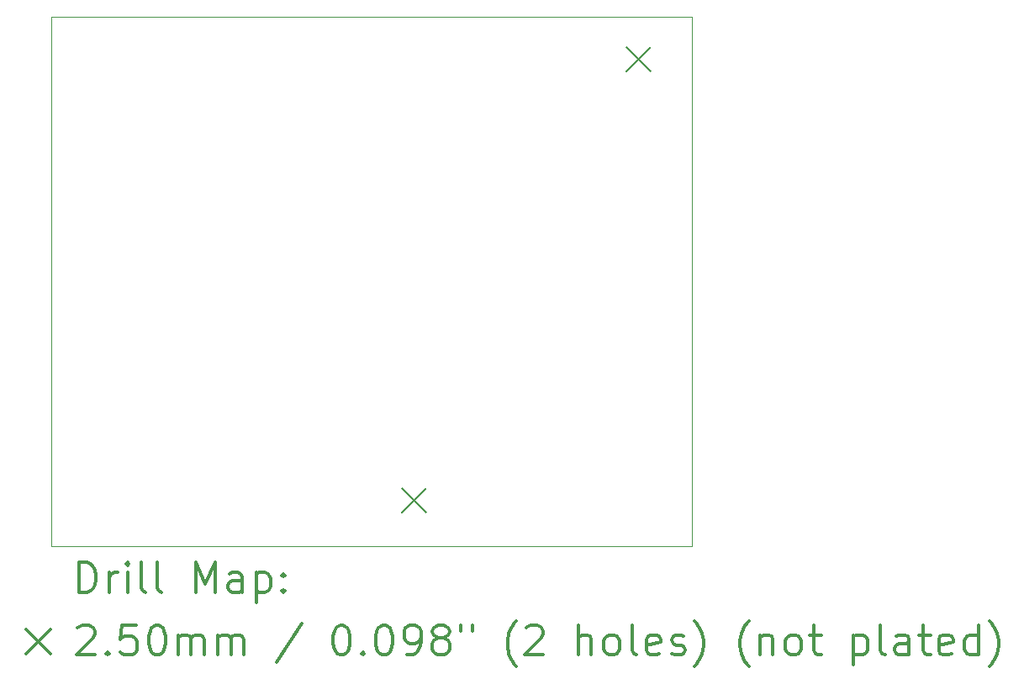
<source format=gbr>
%FSLAX45Y45*%
G04 Gerber Fmt 4.5, Leading zero omitted, Abs format (unit mm)*
G04 Created by KiCad (PCBNEW (5.1.2)-1) date 2024-09-19 10:14:31*
%MOMM*%
%LPD*%
G04 APERTURE LIST*
%ADD10C,0.050000*%
%ADD11C,0.200000*%
%ADD12C,0.300000*%
G04 APERTURE END LIST*
D10*
X10236200Y-6604000D02*
X10261600Y-6604000D01*
X10236200Y-11938000D02*
X10236200Y-6604000D01*
X16687800Y-11938000D02*
X10236200Y-11938000D01*
X16687800Y-6604000D02*
X16687800Y-11938000D01*
X10261600Y-6604000D02*
X16687800Y-6604000D01*
D11*
X16029400Y-6910800D02*
X16279400Y-7160800D01*
X16279400Y-6910800D02*
X16029400Y-7160800D01*
X13768800Y-11355800D02*
X14018800Y-11605800D01*
X14018800Y-11355800D02*
X13768800Y-11605800D01*
D12*
X10520128Y-12406214D02*
X10520128Y-12106214D01*
X10591557Y-12106214D01*
X10634414Y-12120500D01*
X10662986Y-12149071D01*
X10677271Y-12177643D01*
X10691557Y-12234786D01*
X10691557Y-12277643D01*
X10677271Y-12334786D01*
X10662986Y-12363357D01*
X10634414Y-12391929D01*
X10591557Y-12406214D01*
X10520128Y-12406214D01*
X10820128Y-12406214D02*
X10820128Y-12206214D01*
X10820128Y-12263357D02*
X10834414Y-12234786D01*
X10848700Y-12220500D01*
X10877271Y-12206214D01*
X10905843Y-12206214D01*
X11005843Y-12406214D02*
X11005843Y-12206214D01*
X11005843Y-12106214D02*
X10991557Y-12120500D01*
X11005843Y-12134786D01*
X11020128Y-12120500D01*
X11005843Y-12106214D01*
X11005843Y-12134786D01*
X11191557Y-12406214D02*
X11162986Y-12391929D01*
X11148700Y-12363357D01*
X11148700Y-12106214D01*
X11348700Y-12406214D02*
X11320128Y-12391929D01*
X11305843Y-12363357D01*
X11305843Y-12106214D01*
X11691557Y-12406214D02*
X11691557Y-12106214D01*
X11791557Y-12320500D01*
X11891557Y-12106214D01*
X11891557Y-12406214D01*
X12162986Y-12406214D02*
X12162986Y-12249071D01*
X12148700Y-12220500D01*
X12120128Y-12206214D01*
X12062986Y-12206214D01*
X12034414Y-12220500D01*
X12162986Y-12391929D02*
X12134414Y-12406214D01*
X12062986Y-12406214D01*
X12034414Y-12391929D01*
X12020128Y-12363357D01*
X12020128Y-12334786D01*
X12034414Y-12306214D01*
X12062986Y-12291929D01*
X12134414Y-12291929D01*
X12162986Y-12277643D01*
X12305843Y-12206214D02*
X12305843Y-12506214D01*
X12305843Y-12220500D02*
X12334414Y-12206214D01*
X12391557Y-12206214D01*
X12420128Y-12220500D01*
X12434414Y-12234786D01*
X12448700Y-12263357D01*
X12448700Y-12349071D01*
X12434414Y-12377643D01*
X12420128Y-12391929D01*
X12391557Y-12406214D01*
X12334414Y-12406214D01*
X12305843Y-12391929D01*
X12577271Y-12377643D02*
X12591557Y-12391929D01*
X12577271Y-12406214D01*
X12562986Y-12391929D01*
X12577271Y-12377643D01*
X12577271Y-12406214D01*
X12577271Y-12220500D02*
X12591557Y-12234786D01*
X12577271Y-12249071D01*
X12562986Y-12234786D01*
X12577271Y-12220500D01*
X12577271Y-12249071D01*
X9983700Y-12775500D02*
X10233700Y-13025500D01*
X10233700Y-12775500D02*
X9983700Y-13025500D01*
X10505843Y-12764786D02*
X10520128Y-12750500D01*
X10548700Y-12736214D01*
X10620128Y-12736214D01*
X10648700Y-12750500D01*
X10662986Y-12764786D01*
X10677271Y-12793357D01*
X10677271Y-12821929D01*
X10662986Y-12864786D01*
X10491557Y-13036214D01*
X10677271Y-13036214D01*
X10805843Y-13007643D02*
X10820128Y-13021929D01*
X10805843Y-13036214D01*
X10791557Y-13021929D01*
X10805843Y-13007643D01*
X10805843Y-13036214D01*
X11091557Y-12736214D02*
X10948700Y-12736214D01*
X10934414Y-12879071D01*
X10948700Y-12864786D01*
X10977271Y-12850500D01*
X11048700Y-12850500D01*
X11077271Y-12864786D01*
X11091557Y-12879071D01*
X11105843Y-12907643D01*
X11105843Y-12979071D01*
X11091557Y-13007643D01*
X11077271Y-13021929D01*
X11048700Y-13036214D01*
X10977271Y-13036214D01*
X10948700Y-13021929D01*
X10934414Y-13007643D01*
X11291557Y-12736214D02*
X11320128Y-12736214D01*
X11348700Y-12750500D01*
X11362986Y-12764786D01*
X11377271Y-12793357D01*
X11391557Y-12850500D01*
X11391557Y-12921929D01*
X11377271Y-12979071D01*
X11362986Y-13007643D01*
X11348700Y-13021929D01*
X11320128Y-13036214D01*
X11291557Y-13036214D01*
X11262986Y-13021929D01*
X11248700Y-13007643D01*
X11234414Y-12979071D01*
X11220128Y-12921929D01*
X11220128Y-12850500D01*
X11234414Y-12793357D01*
X11248700Y-12764786D01*
X11262986Y-12750500D01*
X11291557Y-12736214D01*
X11520128Y-13036214D02*
X11520128Y-12836214D01*
X11520128Y-12864786D02*
X11534414Y-12850500D01*
X11562986Y-12836214D01*
X11605843Y-12836214D01*
X11634414Y-12850500D01*
X11648700Y-12879071D01*
X11648700Y-13036214D01*
X11648700Y-12879071D02*
X11662986Y-12850500D01*
X11691557Y-12836214D01*
X11734414Y-12836214D01*
X11762986Y-12850500D01*
X11777271Y-12879071D01*
X11777271Y-13036214D01*
X11920128Y-13036214D02*
X11920128Y-12836214D01*
X11920128Y-12864786D02*
X11934414Y-12850500D01*
X11962986Y-12836214D01*
X12005843Y-12836214D01*
X12034414Y-12850500D01*
X12048700Y-12879071D01*
X12048700Y-13036214D01*
X12048700Y-12879071D02*
X12062986Y-12850500D01*
X12091557Y-12836214D01*
X12134414Y-12836214D01*
X12162986Y-12850500D01*
X12177271Y-12879071D01*
X12177271Y-13036214D01*
X12762986Y-12721929D02*
X12505843Y-13107643D01*
X13148700Y-12736214D02*
X13177271Y-12736214D01*
X13205843Y-12750500D01*
X13220128Y-12764786D01*
X13234414Y-12793357D01*
X13248700Y-12850500D01*
X13248700Y-12921929D01*
X13234414Y-12979071D01*
X13220128Y-13007643D01*
X13205843Y-13021929D01*
X13177271Y-13036214D01*
X13148700Y-13036214D01*
X13120128Y-13021929D01*
X13105843Y-13007643D01*
X13091557Y-12979071D01*
X13077271Y-12921929D01*
X13077271Y-12850500D01*
X13091557Y-12793357D01*
X13105843Y-12764786D01*
X13120128Y-12750500D01*
X13148700Y-12736214D01*
X13377271Y-13007643D02*
X13391557Y-13021929D01*
X13377271Y-13036214D01*
X13362986Y-13021929D01*
X13377271Y-13007643D01*
X13377271Y-13036214D01*
X13577271Y-12736214D02*
X13605843Y-12736214D01*
X13634414Y-12750500D01*
X13648700Y-12764786D01*
X13662986Y-12793357D01*
X13677271Y-12850500D01*
X13677271Y-12921929D01*
X13662986Y-12979071D01*
X13648700Y-13007643D01*
X13634414Y-13021929D01*
X13605843Y-13036214D01*
X13577271Y-13036214D01*
X13548700Y-13021929D01*
X13534414Y-13007643D01*
X13520128Y-12979071D01*
X13505843Y-12921929D01*
X13505843Y-12850500D01*
X13520128Y-12793357D01*
X13534414Y-12764786D01*
X13548700Y-12750500D01*
X13577271Y-12736214D01*
X13820128Y-13036214D02*
X13877271Y-13036214D01*
X13905843Y-13021929D01*
X13920128Y-13007643D01*
X13948700Y-12964786D01*
X13962986Y-12907643D01*
X13962986Y-12793357D01*
X13948700Y-12764786D01*
X13934414Y-12750500D01*
X13905843Y-12736214D01*
X13848700Y-12736214D01*
X13820128Y-12750500D01*
X13805843Y-12764786D01*
X13791557Y-12793357D01*
X13791557Y-12864786D01*
X13805843Y-12893357D01*
X13820128Y-12907643D01*
X13848700Y-12921929D01*
X13905843Y-12921929D01*
X13934414Y-12907643D01*
X13948700Y-12893357D01*
X13962986Y-12864786D01*
X14134414Y-12864786D02*
X14105843Y-12850500D01*
X14091557Y-12836214D01*
X14077271Y-12807643D01*
X14077271Y-12793357D01*
X14091557Y-12764786D01*
X14105843Y-12750500D01*
X14134414Y-12736214D01*
X14191557Y-12736214D01*
X14220128Y-12750500D01*
X14234414Y-12764786D01*
X14248700Y-12793357D01*
X14248700Y-12807643D01*
X14234414Y-12836214D01*
X14220128Y-12850500D01*
X14191557Y-12864786D01*
X14134414Y-12864786D01*
X14105843Y-12879071D01*
X14091557Y-12893357D01*
X14077271Y-12921929D01*
X14077271Y-12979071D01*
X14091557Y-13007643D01*
X14105843Y-13021929D01*
X14134414Y-13036214D01*
X14191557Y-13036214D01*
X14220128Y-13021929D01*
X14234414Y-13007643D01*
X14248700Y-12979071D01*
X14248700Y-12921929D01*
X14234414Y-12893357D01*
X14220128Y-12879071D01*
X14191557Y-12864786D01*
X14362986Y-12736214D02*
X14362986Y-12793357D01*
X14477271Y-12736214D02*
X14477271Y-12793357D01*
X14920128Y-13150500D02*
X14905843Y-13136214D01*
X14877271Y-13093357D01*
X14862986Y-13064786D01*
X14848700Y-13021929D01*
X14834414Y-12950500D01*
X14834414Y-12893357D01*
X14848700Y-12821929D01*
X14862986Y-12779071D01*
X14877271Y-12750500D01*
X14905843Y-12707643D01*
X14920128Y-12693357D01*
X15020128Y-12764786D02*
X15034414Y-12750500D01*
X15062986Y-12736214D01*
X15134414Y-12736214D01*
X15162986Y-12750500D01*
X15177271Y-12764786D01*
X15191557Y-12793357D01*
X15191557Y-12821929D01*
X15177271Y-12864786D01*
X15005843Y-13036214D01*
X15191557Y-13036214D01*
X15548700Y-13036214D02*
X15548700Y-12736214D01*
X15677271Y-13036214D02*
X15677271Y-12879071D01*
X15662986Y-12850500D01*
X15634414Y-12836214D01*
X15591557Y-12836214D01*
X15562986Y-12850500D01*
X15548700Y-12864786D01*
X15862986Y-13036214D02*
X15834414Y-13021929D01*
X15820128Y-13007643D01*
X15805843Y-12979071D01*
X15805843Y-12893357D01*
X15820128Y-12864786D01*
X15834414Y-12850500D01*
X15862986Y-12836214D01*
X15905843Y-12836214D01*
X15934414Y-12850500D01*
X15948700Y-12864786D01*
X15962986Y-12893357D01*
X15962986Y-12979071D01*
X15948700Y-13007643D01*
X15934414Y-13021929D01*
X15905843Y-13036214D01*
X15862986Y-13036214D01*
X16134414Y-13036214D02*
X16105843Y-13021929D01*
X16091557Y-12993357D01*
X16091557Y-12736214D01*
X16362986Y-13021929D02*
X16334414Y-13036214D01*
X16277271Y-13036214D01*
X16248700Y-13021929D01*
X16234414Y-12993357D01*
X16234414Y-12879071D01*
X16248700Y-12850500D01*
X16277271Y-12836214D01*
X16334414Y-12836214D01*
X16362986Y-12850500D01*
X16377271Y-12879071D01*
X16377271Y-12907643D01*
X16234414Y-12936214D01*
X16491557Y-13021929D02*
X16520128Y-13036214D01*
X16577271Y-13036214D01*
X16605843Y-13021929D01*
X16620128Y-12993357D01*
X16620128Y-12979071D01*
X16605843Y-12950500D01*
X16577271Y-12936214D01*
X16534414Y-12936214D01*
X16505843Y-12921929D01*
X16491557Y-12893357D01*
X16491557Y-12879071D01*
X16505843Y-12850500D01*
X16534414Y-12836214D01*
X16577271Y-12836214D01*
X16605843Y-12850500D01*
X16720128Y-13150500D02*
X16734414Y-13136214D01*
X16762986Y-13093357D01*
X16777271Y-13064786D01*
X16791557Y-13021929D01*
X16805843Y-12950500D01*
X16805843Y-12893357D01*
X16791557Y-12821929D01*
X16777271Y-12779071D01*
X16762986Y-12750500D01*
X16734414Y-12707643D01*
X16720128Y-12693357D01*
X17262986Y-13150500D02*
X17248700Y-13136214D01*
X17220128Y-13093357D01*
X17205843Y-13064786D01*
X17191557Y-13021929D01*
X17177271Y-12950500D01*
X17177271Y-12893357D01*
X17191557Y-12821929D01*
X17205843Y-12779071D01*
X17220128Y-12750500D01*
X17248700Y-12707643D01*
X17262986Y-12693357D01*
X17377271Y-12836214D02*
X17377271Y-13036214D01*
X17377271Y-12864786D02*
X17391557Y-12850500D01*
X17420128Y-12836214D01*
X17462986Y-12836214D01*
X17491557Y-12850500D01*
X17505843Y-12879071D01*
X17505843Y-13036214D01*
X17691557Y-13036214D02*
X17662986Y-13021929D01*
X17648700Y-13007643D01*
X17634414Y-12979071D01*
X17634414Y-12893357D01*
X17648700Y-12864786D01*
X17662986Y-12850500D01*
X17691557Y-12836214D01*
X17734414Y-12836214D01*
X17762986Y-12850500D01*
X17777271Y-12864786D01*
X17791557Y-12893357D01*
X17791557Y-12979071D01*
X17777271Y-13007643D01*
X17762986Y-13021929D01*
X17734414Y-13036214D01*
X17691557Y-13036214D01*
X17877271Y-12836214D02*
X17991557Y-12836214D01*
X17920128Y-12736214D02*
X17920128Y-12993357D01*
X17934414Y-13021929D01*
X17962986Y-13036214D01*
X17991557Y-13036214D01*
X18320128Y-12836214D02*
X18320128Y-13136214D01*
X18320128Y-12850500D02*
X18348700Y-12836214D01*
X18405843Y-12836214D01*
X18434414Y-12850500D01*
X18448700Y-12864786D01*
X18462986Y-12893357D01*
X18462986Y-12979071D01*
X18448700Y-13007643D01*
X18434414Y-13021929D01*
X18405843Y-13036214D01*
X18348700Y-13036214D01*
X18320128Y-13021929D01*
X18634414Y-13036214D02*
X18605843Y-13021929D01*
X18591557Y-12993357D01*
X18591557Y-12736214D01*
X18877271Y-13036214D02*
X18877271Y-12879071D01*
X18862986Y-12850500D01*
X18834414Y-12836214D01*
X18777271Y-12836214D01*
X18748700Y-12850500D01*
X18877271Y-13021929D02*
X18848700Y-13036214D01*
X18777271Y-13036214D01*
X18748700Y-13021929D01*
X18734414Y-12993357D01*
X18734414Y-12964786D01*
X18748700Y-12936214D01*
X18777271Y-12921929D01*
X18848700Y-12921929D01*
X18877271Y-12907643D01*
X18977271Y-12836214D02*
X19091557Y-12836214D01*
X19020128Y-12736214D02*
X19020128Y-12993357D01*
X19034414Y-13021929D01*
X19062986Y-13036214D01*
X19091557Y-13036214D01*
X19305843Y-13021929D02*
X19277271Y-13036214D01*
X19220128Y-13036214D01*
X19191557Y-13021929D01*
X19177271Y-12993357D01*
X19177271Y-12879071D01*
X19191557Y-12850500D01*
X19220128Y-12836214D01*
X19277271Y-12836214D01*
X19305843Y-12850500D01*
X19320128Y-12879071D01*
X19320128Y-12907643D01*
X19177271Y-12936214D01*
X19577271Y-13036214D02*
X19577271Y-12736214D01*
X19577271Y-13021929D02*
X19548700Y-13036214D01*
X19491557Y-13036214D01*
X19462986Y-13021929D01*
X19448700Y-13007643D01*
X19434414Y-12979071D01*
X19434414Y-12893357D01*
X19448700Y-12864786D01*
X19462986Y-12850500D01*
X19491557Y-12836214D01*
X19548700Y-12836214D01*
X19577271Y-12850500D01*
X19691557Y-13150500D02*
X19705843Y-13136214D01*
X19734414Y-13093357D01*
X19748700Y-13064786D01*
X19762986Y-13021929D01*
X19777271Y-12950500D01*
X19777271Y-12893357D01*
X19762986Y-12821929D01*
X19748700Y-12779071D01*
X19734414Y-12750500D01*
X19705843Y-12707643D01*
X19691557Y-12693357D01*
M02*

</source>
